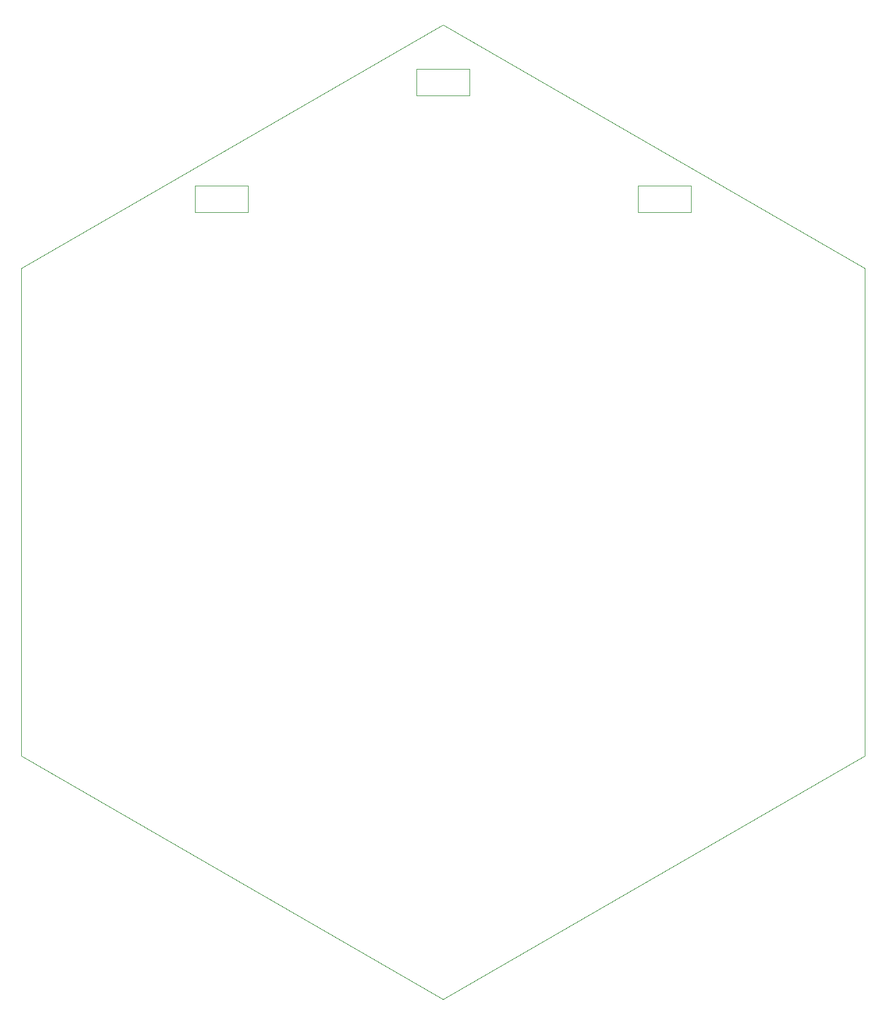
<source format=gbr>
G04 #@! TF.GenerationSoftware,KiCad,Pcbnew,(5.1.9)-1*
G04 #@! TF.CreationDate,2021-03-09T11:18:01-06:00*
G04 #@! TF.ProjectId,altbier_pcb_3d6,616c7462-6965-4725-9f70-63625f336436,2*
G04 #@! TF.SameCoordinates,Original*
G04 #@! TF.FileFunction,Profile,NP*
%FSLAX46Y46*%
G04 Gerber Fmt 4.6, Leading zero omitted, Abs format (unit mm)*
G04 Created by KiCad (PCBNEW (5.1.9)-1) date 2021-03-09 11:18:01*
%MOMM*%
%LPD*%
G01*
G04 APERTURE LIST*
G04 #@! TA.AperFunction,Profile*
%ADD10C,0.100000*%
G04 #@! TD*
G04 #@! TA.AperFunction,Profile*
%ADD11C,0.050000*%
G04 #@! TD*
G04 APERTURE END LIST*
D10*
X111714600Y-49796200D02*
X111714600Y-45986200D01*
X119334600Y-49796200D02*
X111714600Y-49796200D01*
X111714600Y-45986200D02*
X119334600Y-45986200D01*
X119334600Y-45986200D02*
X119334600Y-49796200D01*
X175384600Y-49796200D02*
X175384600Y-45986200D01*
X183004600Y-49796200D02*
X175384600Y-49796200D01*
X175384600Y-45986200D02*
X183004600Y-45986200D01*
X183004600Y-45986200D02*
X183004600Y-49796200D01*
X151154600Y-29286200D02*
X151154600Y-33096200D01*
X143534600Y-29286200D02*
X151154600Y-29286200D01*
X143534600Y-33096200D02*
X143534600Y-29286200D01*
X151154600Y-33096200D02*
X143534600Y-33096200D01*
D11*
X86741000Y-57889000D02*
X147362778Y-22889000D01*
X147362778Y-162889000D02*
X207984556Y-127889000D01*
X207984556Y-57889000D02*
X147362778Y-22889000D01*
X147362778Y-162889000D02*
X86741000Y-127889000D01*
X86741000Y-57889000D02*
X86741000Y-127889000D01*
X207984556Y-57889000D02*
X207984556Y-127889000D01*
M02*

</source>
